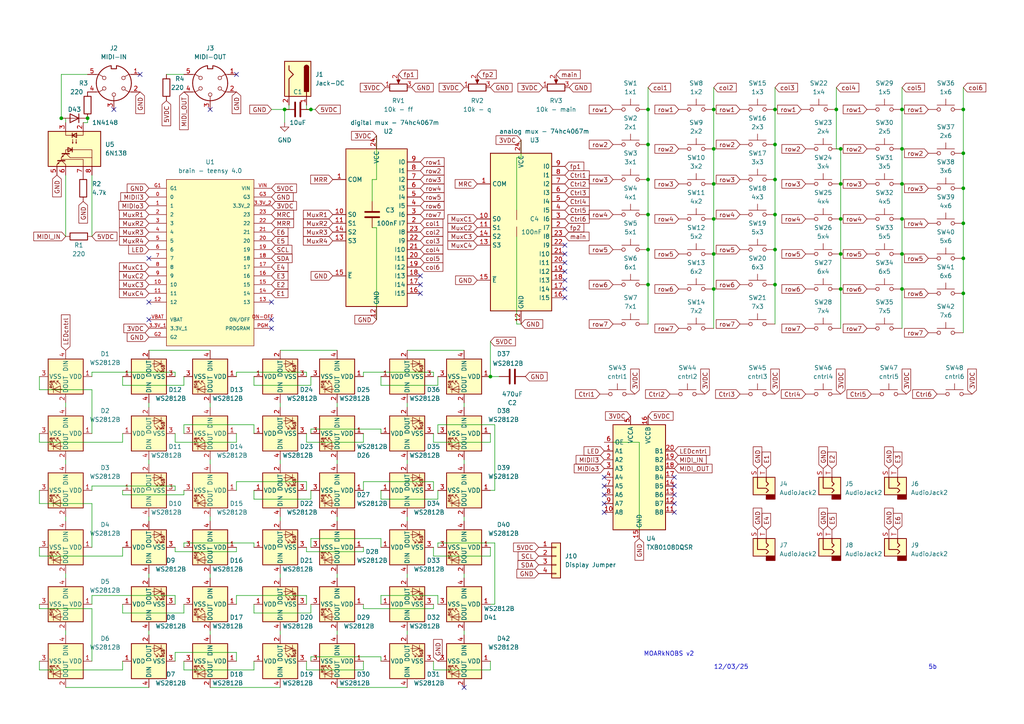
<source format=kicad_sch>
(kicad_sch (version 20211123) (generator eeschema)
  (paper "A4")
  (junction (at 207.01 73.66))
  (junction (at 261.62 53.34))
  (junction (at 261.62 63.5))
  (junction (at 261.62 31.75))
  (junction (at 187.96 41.91))
  (junction (at 207.01 43.18))
  (junction (at 207.01 83.82))
  (junction (at 242.57 31.75))
  (junction (at 142.24 109.22))
  (junction (at 207.01 31.75))
  (junction (at 279.4 85.09))
  (junction (at 187.96 62.23))
  (junction (at 279.4 44.45))
  (junction (at 261.62 83.82))
  (junction (at 17.78 34.29))
  (junction (at 261.62 73.66))
  (junction (at 261.62 43.18))
  (junction (at 279.4 54.61))
  (junction (at 243.84 63.5))
  (junction (at 187.96 31.75))
  (junction (at 224.79 31.75))
  (junction (at 224.79 41.91))
  (junction (at 25.4 34.29))
  (junction (at 224.79 72.39))
  (junction (at 243.84 43.18))
  (junction (at 207.01 63.5))
  (junction (at 279.4 64.77))
  (junction (at 279.4 74.93))
  (junction (at 243.84 53.34))
  (junction (at 243.84 73.66))
  (junction (at 187.96 82.55))
  (junction (at 82.55 31.75))
  (junction (at 279.4 31.75))
  (junction (at 207.01 53.34))
  (junction (at 224.79 52.07))
  (junction (at 224.79 82.55))
  (junction (at 187.96 52.07))
  (junction (at 224.79 62.23))
  (junction (at 90.17 31.75))
  (junction (at 243.84 83.82))
  (junction (at 187.96 72.39))
  (no_connect (at 195.58 146.05))
  (no_connect (at 163.83 86.36))
  (no_connect (at 163.83 78.74))
  (no_connect (at 163.83 73.66))
  (no_connect (at 43.18 92.71))
  (no_connect (at 175.26 140.97))
  (no_connect (at 175.26 143.51))
  (no_connect (at 195.58 138.43))
  (no_connect (at 78.74 92.71))
  (no_connect (at 78.74 95.25))
  (no_connect (at 195.58 148.59))
  (no_connect (at 121.92 82.55))
  (no_connect (at 163.83 76.2))
  (no_connect (at 43.18 74.93))
  (no_connect (at 134.62 199.39))
  (no_connect (at 163.83 71.12))
  (no_connect (at 121.92 80.01))
  (no_connect (at 40.64 21.59))
  (no_connect (at 43.18 87.63))
  (no_connect (at 195.58 140.97))
  (no_connect (at 175.26 148.59))
  (no_connect (at 163.83 81.28))
  (no_connect (at 78.74 87.63))
  (no_connect (at 175.26 138.43))
  (no_connect (at 163.83 83.82))
  (no_connect (at 33.02 31.75))
  (no_connect (at 175.26 146.05))
  (no_connect (at 195.58 143.51))
  (no_connect (at 68.58 21.59))
  (no_connect (at 121.92 85.09))
  (no_connect (at 60.96 31.75))
  (wire (pts (xy 88.9 139.7) (xy 68.58 139.7)))
  (wire (pts (xy 118.11 118.11) (xy 118.11 116.84)))
  (wire (pts (xy 78.74 31.75) (xy 82.55 31.75)))
  (wire (pts (xy 279.4 64.77) (xy 279.4 74.93)))
  (wire (pts (xy 60.96 149.86) (xy 60.96 151.13)))
  (wire (pts (xy 110.49 124.46) (xy 110.49 125.73)))
  (wire (pts (xy 24.13 35.56) (xy 25.4 35.56)))
  (wire (pts (xy 11.43 158.75) (xy 11.43 161.29)))
  (wire (pts (xy 143.51 157.48) (xy 143.51 175.26)))
  (wire (pts (xy 149.86 68.58) (xy 149.86 93.98)))
  (wire (pts (xy 73.66 111.76) (xy 73.66 109.22)))
  (wire (pts (xy 127 144.78) (xy 110.49 144.78)))
  (wire (pts (xy 11.43 142.24) (xy 11.43 146.05)))
  (wire (pts (xy 81.28 134.62) (xy 81.28 133.35)))
  (wire (pts (xy 125.73 109.22) (xy 125.73 107.95)))
  (wire (pts (xy 125.73 158.75) (xy 125.73 161.29)))
  (wire (pts (xy 125.73 107.95) (xy 105.41 107.95)))
  (wire (pts (xy 90.17 158.75) (xy 90.17 156.21)))
  (wire (pts (xy 90.17 190.5) (xy 110.49 190.5)))
  (wire (pts (xy 35.56 111.76) (xy 35.56 109.22)))
  (wire (pts (xy 105.41 139.7) (xy 105.41 142.24)))
  (wire (pts (xy 88.9 128.27) (xy 105.41 128.27)))
  (wire (pts (xy 88.9 194.31) (xy 105.41 194.31)))
  (wire (pts (xy 142.24 128.27) (xy 142.24 125.73)))
  (wire (pts (xy 53.34 191.77) (xy 53.34 194.31)))
  (wire (pts (xy 125.73 176.53) (xy 105.41 176.53)))
  (wire (pts (xy 207.01 63.5) (xy 207.01 73.66)))
  (wire (pts (xy 118.11 134.62) (xy 118.11 133.35)))
  (wire (pts (xy 48.26 21.59) (xy 53.34 21.59)))
  (wire (pts (xy 88.9 175.26) (xy 88.9 172.72)))
  (wire (pts (xy 207.01 53.34) (xy 207.01 63.5)))
  (wire (pts (xy 185.42 128.27) (xy 175.26 128.27)))
  (wire (pts (xy 68.58 189.23) (xy 68.58 191.77)))
  (wire (pts (xy 35.56 177.8) (xy 35.56 175.26)))
  (wire (pts (xy 207.01 73.66) (xy 207.01 83.82)))
  (wire (pts (xy 60.96 116.84) (xy 60.96 118.11)))
  (wire (pts (xy 125.73 191.77) (xy 125.73 194.31)))
  (wire (pts (xy 90.17 156.21) (xy 110.49 156.21)))
  (wire (pts (xy 185.42 156.21) (xy 185.42 128.27)))
  (wire (pts (xy 105.41 194.31) (xy 105.41 191.77)))
  (wire (pts (xy 279.4 85.09) (xy 279.4 96.52)))
  (wire (pts (xy 125.73 175.26) (xy 125.73 176.53)))
  (wire (pts (xy 53.34 158.75) (xy 53.34 157.48)))
  (wire (pts (xy 11.43 176.53) (xy 26.67 176.53)))
  (wire (pts (xy 11.43 161.29) (xy 35.56 161.29)))
  (wire (pts (xy 81.28 184.15) (xy 81.28 182.88)))
  (wire (pts (xy 81.28 167.64) (xy 81.28 166.37)))
  (wire (pts (xy 53.34 111.76) (xy 35.56 111.76)))
  (wire (pts (xy 50.8 125.73) (xy 50.8 128.27)))
  (wire (pts (xy 11.43 175.26) (xy 11.43 176.53)))
  (wire (pts (xy 26.67 50.8) (xy 26.67 68.58)))
  (wire (pts (xy 26.67 107.95) (xy 26.67 109.22)))
  (wire (pts (xy 105.41 107.95) (xy 105.41 109.22)))
  (wire (pts (xy 73.66 194.31) (xy 73.66 191.77)))
  (wire (pts (xy 81.28 151.13) (xy 81.28 149.86)))
  (wire (pts (xy 127 111.76) (xy 110.49 111.76)))
  (wire (pts (xy 118.11 167.64) (xy 118.11 166.37)))
  (wire (pts (xy 149.86 45.72) (xy 149.86 60.96)))
  (wire (pts (xy 109.22 39.37) (xy 109.22 52.07)))
  (wire (pts (xy 26.67 172.72) (xy 26.67 175.26)))
  (wire (pts (xy 43.18 101.6) (xy 60.96 101.6)))
  (wire (pts (xy 279.4 25.4) (xy 279.4 31.75)))
  (wire (pts (xy 83.82 31.75) (xy 83.82 30.48)))
  (wire (pts (xy 11.43 191.77) (xy 11.43 194.31)))
  (wire (pts (xy 109.22 92.71) (xy 109.22 66.04)))
  (wire (pts (xy 105.41 176.53) (xy 105.41 175.26)))
  (wire (pts (xy 60.96 133.35) (xy 60.96 134.62)))
  (wire (pts (xy 90.17 124.46) (xy 110.49 124.46)))
  (wire (pts (xy 118.11 101.6) (xy 134.62 101.6)))
  (wire (pts (xy 143.51 175.26) (xy 142.24 175.26)))
  (wire (pts (xy 43.18 184.15) (xy 43.18 182.88)))
  (wire (pts (xy 142.24 194.31) (xy 142.24 191.77)))
  (wire (pts (xy 90.17 109.22) (xy 90.17 111.76)))
  (wire (pts (xy 207.01 83.82) (xy 207.01 95.25)))
  (wire (pts (xy 11.43 146.05) (xy 26.67 146.05)))
  (wire (pts (xy 118.11 151.13) (xy 118.11 149.86)))
  (wire (pts (xy 109.22 52.07) (xy 107.95 52.07)))
  (wire (pts (xy 261.62 63.5) (xy 261.62 73.66)))
  (wire (pts (xy 68.58 172.72) (xy 68.58 175.26)))
  (wire (pts (xy 207.01 43.18) (xy 207.01 53.34)))
  (wire (pts (xy 187.96 62.23) (xy 187.96 72.39)))
  (wire (pts (xy 11.43 113.03) (xy 26.67 113.03)))
  (wire (pts (xy 118.11 184.15) (xy 118.11 182.88)))
  (wire (pts (xy 26.67 176.53) (xy 26.67 191.77)))
  (wire (pts (xy 187.96 82.55) (xy 187.96 93.98)))
  (wire (pts (xy 88.9 125.73) (xy 88.9 128.27)))
  (wire (pts (xy 19.05 133.35) (xy 19.05 134.62)))
  (wire (pts (xy 261.62 73.66) (xy 261.62 83.82)))
  (wire (pts (xy 35.56 194.31) (xy 35.56 191.77)))
  (wire (pts (xy 73.66 144.78) (xy 73.66 142.24)))
  (wire (pts (xy 127 157.48) (xy 143.51 157.48)))
  (wire (pts (xy 125.73 142.24) (xy 125.73 139.7)))
  (wire (pts (xy 149.86 93.98) (xy 151.13 93.98)))
  (wire (pts (xy 187.96 52.07) (xy 187.96 62.23)))
  (wire (pts (xy 50.8 172.72) (xy 26.67 172.72)))
  (wire (pts (xy 50.8 140.97) (xy 26.67 140.97)))
  (wire (pts (xy 207.01 31.75) (xy 207.01 43.18)))
  (wire (pts (xy 242.57 25.4) (xy 242.57 31.75)))
  (wire (pts (xy 53.34 175.26) (xy 53.34 177.8)))
  (wire (pts (xy 90.17 177.8) (xy 73.66 177.8)))
  (wire (pts (xy 127 175.26) (xy 127 172.72)))
  (wire (pts (xy 243.84 53.34) (xy 243.84 63.5)))
  (wire (pts (xy 224.79 31.75) (xy 224.79 41.91)))
  (wire (pts (xy 97.79 166.37) (xy 97.79 167.64)))
  (wire (pts (xy 73.66 177.8) (xy 73.66 175.26)))
  (wire (pts (xy 60.96 182.88) (xy 60.96 184.15)))
  (wire (pts (xy 97.79 116.84) (xy 97.79 118.11)))
  (wire (pts (xy 261.62 25.4) (xy 261.62 31.75)))
  (wire (pts (xy 279.4 31.75) (xy 279.4 44.45)))
  (wire (pts (xy 53.34 157.48) (xy 73.66 157.48)))
  (wire (pts (xy 17.78 21.59) (xy 25.4 21.59)))
  (wire (pts (xy 50.8 107.95) (xy 26.67 107.95)))
  (wire (pts (xy 125.73 128.27) (xy 142.24 128.27)))
  (wire (pts (xy 26.67 146.05) (xy 26.67 158.75)))
  (wire (pts (xy 35.56 143.51) (xy 35.56 142.24)))
  (wire (pts (xy 88.9 172.72) (xy 68.58 172.72)))
  (wire (pts (xy 50.8 160.02) (xy 68.58 160.02)))
  (wire (pts (xy 125.73 139.7) (xy 105.41 139.7)))
  (wire (pts (xy 187.96 25.4) (xy 187.96 31.75)))
  (wire (pts (xy 19.05 35.56) (xy 19.05 34.29)))
  (wire (pts (xy 53.34 143.51) (xy 35.56 143.51)))
  (wire (pts (xy 109.22 66.04) (xy 107.95 66.04)))
  (wire (pts (xy 50.8 191.77) (xy 50.8 189.23)))
  (wire (pts (xy 11.43 194.31) (xy 35.56 194.31)))
  (wire (pts (xy 50.8 189.23) (xy 68.58 189.23)))
  (wire (pts (xy 187.96 41.91) (xy 187.96 52.07)))
  (wire (pts (xy 107.95 58.42) (xy 107.95 52.07)))
  (wire (pts (xy 224.79 82.55) (xy 224.79 93.98)))
  (wire (pts (xy 125.73 125.73) (xy 125.73 128.27)))
  (wire (pts (xy 224.79 52.07) (xy 224.79 62.23)))
  (wire (pts (xy 73.66 157.48) (xy 73.66 158.75)))
  (wire (pts (xy 88.9 109.22) (xy 88.9 107.95)))
  (wire (pts (xy 127 172.72) (xy 110.49 172.72)))
  (wire (pts (xy 110.49 109.22) (xy 110.49 111.76)))
  (wire (pts (xy 19.05 149.86) (xy 19.05 151.13)))
  (wire (pts (xy 35.56 161.29) (xy 35.56 158.75)))
  (wire (pts (xy 88.9 160.02) (xy 105.41 160.02)))
  (wire (pts (xy 50.8 109.22) (xy 50.8 107.95)))
  (wire (pts (xy 127 158.75) (xy 127 157.48)))
  (wire (pts (xy 90.17 191.77) (xy 90.17 190.5)))
  (wire (pts (xy 243.84 83.82) (xy 243.84 95.25)))
  (wire (pts (xy 143.51 142.24) (xy 142.24 142.24)))
  (wire (pts (xy 279.4 74.93) (xy 279.4 85.09)))
  (wire (pts (xy 261.62 43.18) (xy 261.62 53.34)))
  (wire (pts (xy 110.49 190.5) (xy 110.49 191.77)))
  (wire (pts (xy 105.41 128.27) (xy 105.41 125.73)))
  (wire (pts (xy 224.79 41.91) (xy 224.79 52.07)))
  (wire (pts (xy 242.57 43.18) (xy 243.84 43.18)))
  (wire (pts (xy 11.43 109.22) (xy 11.43 113.03)))
  (wire (pts (xy 90.17 175.26) (xy 90.17 177.8)))
  (wire (pts (xy 151.13 45.72) (xy 151.13 40.64)))
  (wire (pts (xy 88.9 107.95) (xy 68.58 107.95)))
  (wire (pts (xy 53.34 142.24) (xy 53.34 143.51)))
  (wire (pts (xy 110.49 172.72) (xy 110.49 175.26)))
  (wire (pts (xy 142.24 99.06) (xy 142.24 109.22)))
  (wire (pts (xy 50.8 175.26) (xy 50.8 172.72)))
  (wire (pts (xy 82.55 31.75) (xy 83.82 31.75)))
  (wire (pts (xy 26.67 113.03) (xy 26.67 125.73)))
  (wire (pts (xy 17.78 34.29) (xy 17.78 21.59)))
  (wire (pts (xy 97.79 133.35) (xy 97.79 134.62)))
  (wire (pts (xy 127 109.22) (xy 127 111.76)))
  (wire (pts (xy 224.79 62.23) (xy 224.79 72.39)))
  (wire (pts (xy 224.79 25.4) (xy 224.79 31.75)))
  (wire (pts (xy 91.44 31.75) (xy 90.17 31.75)))
  (wire (pts (xy 68.58 128.27) (xy 68.58 125.73)))
  (wire (pts (xy 19.05 166.37) (xy 19.05 167.64)))
  (wire (pts (xy 97.79 182.88) (xy 97.79 184.15)))
  (wire (pts (xy 134.62 149.86) (xy 134.62 151.13)))
  (wire (pts (xy 68.58 160.02) (xy 68.58 158.75)))
  (wire (pts (xy 142.24 109.22) (xy 144.78 109.22)))
  (wire (pts (xy 60.96 199.39) (xy 81.28 199.39)))
  (wire (pts (xy 19.05 182.88) (xy 19.05 184.15)))
  (wire (pts (xy 261.62 83.82) (xy 261.62 95.25)))
  (wire (pts (xy 127 142.24) (xy 127 144.78)))
  (wire (pts (xy 90.17 144.78) (xy 73.66 144.78)))
  (wire (pts (xy 143.51 123.19) (xy 143.51 142.24)))
  (wire (pts (xy 50.8 128.27) (xy 68.58 128.27)))
  (wire (pts (xy 90.17 111.76) (xy 73.66 111.76)))
  (wire (pts (xy 19.05 50.8) (xy 19.05 68.58)))
  (wire (pts (xy 43.18 118.11) (xy 43.18 116.84)))
  (wire (pts (xy 11.43 125.73) (xy 11.43 128.27)))
  (wire (pts (xy 50.8 158.75) (xy 50.8 160.02)))
  (wire (pts (xy 81.28 118.11) (xy 81.28 116.84)))
  (wire (pts (xy 53.34 177.8) (xy 35.56 177.8)))
  (wire (pts (xy 149.86 45.72) (xy 151.13 45.72)))
  (wire (pts (xy 26.67 140.97) (xy 26.67 142.24)))
  (wire (pts (xy 97.79 199.39) (xy 118.11 199.39)))
  (wire (pts (xy 243.84 43.18) (xy 243.84 53.34)))
  (wire (pts (xy 242.57 31.75) (xy 242.57 43.18)))
  (wire (pts (xy 88.9 158.75) (xy 88.9 160.02)))
  (wire (pts (xy 97.79 149.86) (xy 97.79 151.13)))
  (wire (pts (xy 53.34 123.19) (xy 73.66 123.19)))
  (wire (pts (xy 90.17 142.24) (xy 90.17 144.78)))
  (wire (pts (xy 243.84 73.66) (xy 243.84 83.82)))
  (wire (pts (xy 11.43 128.27) (xy 35.56 128.27)))
  (wire (pts (xy 187.96 72.39) (xy 187.96 82.55)))
  (wire (pts (xy 35.56 128.27) (xy 35.56 125.73)))
  (wire (pts (xy 127 125.73) (xy 127 123.19)))
  (wire (pts (xy 25.4 35.56) (xy 25.4 34.29)))
  (wire (pts (xy 261.62 31.75) (xy 261.62 43.18)))
  (wire (pts (xy 43.18 167.64) (xy 43.18 166.37)))
  (wire (pts (xy 88.9 142.24) (xy 88.9 139.7)))
  (wire (pts (xy 19.05 199.39) (xy 43.18 199.39)))
  (wire (pts (xy 110.49 156.21) (xy 110.49 158.75)))
  (wire (pts (xy 105.41 160.02) (xy 105.41 158.75)))
  (wire (pts (xy 279.4 44.45) (xy 279.4 54.61)))
  (wire (pts (xy 134.62 116.84) (xy 134.62 118.11)))
  (wire (pts (xy 90.17 125.73) (xy 90.17 124.46)))
  (wire (pts (xy 68.58 139.7) (xy 68.58 142.24)))
  (wire (pts (xy 82.55 35.56) (xy 82.55 31.75)))
  (wire (pts (xy 134.62 182.88) (xy 134.62 184.15)))
  (wire (pts (xy 207.01 25.4) (xy 207.01 31.75)))
  (wire (pts (xy 125.73 194.31) (xy 142.24 194.31)))
  (wire (pts (xy 53.34 125.73) (xy 53.34 123.19)))
  (wire (pts (xy 134.62 166.37) (xy 134.62 167.64)))
  (wire (pts (xy 279.4 54.61) (xy 279.4 64.77)))
  (wire (pts (xy 60.96 166.37) (xy 60.96 167.64)))
  (wire (pts (xy 53.34 109.22) (xy 53.34 111.76)))
  (wire (pts (xy 187.96 31.75) (xy 187.96 41.91)))
  (wire (pts (xy 243.84 63.5) (xy 243.84 73.66)))
  (wire (pts (xy 224.79 72.39) (xy 224.79 82.55)))
  (wire (pts (xy 53.34 194.31) (xy 73.66 194.31)))
  (wire (pts (xy 110.49 144.78) (xy 110.49 142.24)))
  (wire (pts (xy 19.05 116.84) (xy 19.05 118.11)))
  (wire (pts (xy 43.18 151.13) (xy 43.18 149.86)))
  (wire (pts (xy 68.58 107.95) (xy 68.58 109.22)))
  (wire (pts (xy 142.24 161.29) (xy 142.24 158.75)))
  (wire (pts (xy 73.66 123.19) (xy 73.66 125.73)))
  (wire (pts (xy 127 123.19) (xy 143.51 123.19)))
  (wire (pts (xy 134.62 133.35) (xy 134.62 134.62)))
  (wire (pts (xy 88.9 31.75) (xy 88.9 30.48)))
  (wire (pts (xy 261.62 53.34) (xy 261.62 63.5)))
  (wire (pts (xy 43.18 134.62) (xy 43.18 133.35)))
  (wire (pts (xy 81.28 101.6) (xy 97.79 101.6)))
  (wire (pts (xy 19.05 34.29) (xy 17.78 34.29)))
  (wire (pts (xy 88.9 191.77) (xy 88.9 194.31)))
  (wire (pts (xy 88.9 31.75) (xy 90.17 31.75)))
  (wire (pts (xy 50.8 142.24) (xy 50.8 140.97)))
  (wire (pts (xy 125.73 161.29) (xy 142.24 161.29)))
  (text "12/03/25" (at 207.01 194.31 0) (effects (font (size 1.27 1.27)) (justify left bottom)))
  (text "MOARkNOBS v2" (at 186.69 190.5 0) (effects (font (size 1.27 1.27)) (justify left bottom)))
  (text "5b" (at 269.24 194.31 0) (effects (font (size 1.27 1.27)) (justify left bottom)))
  (global_label "row2" (shape input) (at 251.46 43.18 180) (property "Intersheet References" "${INTERSHEET_REFS}" (effects hide)))
  (global_label "MuxR2" (shape input) (at 43.18 64.77 180) (property "Intersheet References" "${INTERSHEET_REFS}" (effects hide)))
  (global_label "row4" (shape input) (at 196.85 63.5 180) (property "Intersheet References" "${INTERSHEET_REFS}" (effects hide)))
  (global_label "Ctrl6" (shape input) (at 163.83 63.5 0) (property "Intersheet References" "${INTERSHEET_REFS}" (effects hide)))
  (global_label "row5" (shape input) (at 196.85 73.66 180) (property "Intersheet References" "${INTERSHEET_REFS}" (effects hide)))
  (global_label "row7" (shape input) (at 121.92 62.23 0) (property "Intersheet References" "${INTERSHEET_REFS}" (effects hide)))
  (global_label "Ctrl4" (shape input) (at 233.68 114.3 180) (property "Intersheet References" "${INTERSHEET_REFS}" (effects hide)))
  (global_label "GND" (shape input) (at 40.64 26.67 270) (property "Intersheet References" "${INTERSHEET_REFS}" (effects hide)))
  (global_label "MIDIi3" (shape input) (at 43.18 57.15 180) (property "Intersheet References" "${INTERSHEET_REFS}" (effects hide)))
  (global_label "row3" (shape input) (at 196.85 53.34 180) (property "Intersheet References" "${INTERSHEET_REFS}" (effects hide)))
  (global_label "col6" (shape input) (at 279.4 25.4 0) (property "Intersheet References" "${INTERSHEET_REFS}" (effects hide)))
  (global_label "LED" (shape input) (at 43.18 72.39 180) (property "Intersheet References" "${INTERSHEET_REFS}" (effects hide)))
  (global_label "3VDC" (shape input) (at 281.94 114.3 90) (property "Intersheet References" "${INTERSHEET_REFS}" (effects hide)))
  (global_label "row2" (shape input) (at 269.24 44.45 180) (property "Intersheet References" "${INTERSHEET_REFS}" (effects hide)))
  (global_label "E5" (shape input) (at 241.3 153.67 90) (property "Intersheet References" "${INTERSHEET_REFS}" (effects hide)))
  (global_label "row7" (shape input) (at 233.68 95.25 180) (property "Intersheet References" "${INTERSHEET_REFS}" (effects hide)))
  (global_label "LEDcntrl" (shape input) (at 19.05 101.6 90) (property "Intersheet References" "${INTERSHEET_REFS}" (effects hide)))
  (global_label "col6" (shape input) (at 121.92 77.47 0) (property "Intersheet References" "${INTERSHEET_REFS}" (effects hide)))
  (global_label "E2" (shape input) (at 241.3 135.89 90) (property "Intersheet References" "${INTERSHEET_REFS}" (effects hide)))
  (global_label "SCL" (shape input) (at 156.21 161.29 180) (property "Intersheet References" "${INTERSHEET_REFS}" (effects hide)))
  (global_label "row1" (shape input) (at 214.63 31.75 180) (property "Intersheet References" "${INTERSHEET_REFS}" (effects hide)))
  (global_label "MIDIo3" (shape input) (at 175.26 135.89 180) (property "Intersheet References" "${INTERSHEET_REFS}" (effects hide)))
  (global_label "col4" (shape input) (at 121.92 72.39 0) (property "Intersheet References" "${INTERSHEET_REFS}" (effects hide)))
  (global_label "fp2" (shape input) (at 163.83 66.04 0) (property "Intersheet References" "${INTERSHEET_REFS}" (effects hide)))
  (global_label "3VDC" (shape input) (at 184.15 114.3 90) (property "Intersheet References" "${INTERSHEET_REFS}" (effects hide)))
  (global_label "GND" (shape input) (at 257.81 153.67 90) (property "Intersheet References" "${INTERSHEET_REFS}" (effects hide)))
  (global_label "row6" (shape input) (at 214.63 82.55 180) (property "Intersheet References" "${INTERSHEET_REFS}" (effects hide)))
  (global_label "MIDI_OUT" (shape input) (at 53.34 26.67 270) (property "Intersheet References" "${INTERSHEET_REFS}" (effects hide)))
  (global_label "row2" (shape input) (at 214.63 41.91 180) (property "Intersheet References" "${INTERSHEET_REFS}" (effects hide)))
  (global_label "Ctrl1" (shape input) (at 173.99 114.3 180) (property "Intersheet References" "${INTERSHEET_REFS}" (effects hide)))
  (global_label "MuxC2" (shape input) (at 138.43 66.04 180) (property "Intersheet References" "${INTERSHEET_REFS}" (effects hide)))
  (global_label "col2" (shape input) (at 121.92 67.31 0) (property "Intersheet References" "${INTERSHEET_REFS}" (effects hide)))
  (global_label "Ctrl5" (shape input) (at 163.83 60.96 0) (property "Intersheet References" "${INTERSHEET_REFS}" (effects hide)))
  (global_label "SCL" (shape input) (at 78.74 72.39 0) (property "Intersheet References" "${INTERSHEET_REFS}" (effects hide)))
  (global_label "row3" (shape input) (at 177.8 52.07 180) (property "Intersheet References" "${INTERSHEET_REFS}" (effects hide)))
  (global_label "row3" (shape input) (at 121.92 52.07 0) (property "Intersheet References" "${INTERSHEET_REFS}" (effects hide)))
  (global_label "5VDC" (shape input) (at 48.26 29.21 270) (property "Intersheet References" "${INTERSHEET_REFS}" (effects hide)))
  (global_label "Ctrl4" (shape input) (at 163.83 58.42 0) (property "Intersheet References" "${INTERSHEET_REFS}" (effects hide)))
  (global_label "5VDC" (shape input) (at 78.74 54.61 0) (property "Intersheet References" "${INTERSHEET_REFS}" (effects hide)))
  (global_label "3VDC" (shape input) (at 109.22 39.37 180) (property "Intersheet References" "${INTERSHEET_REFS}" (effects hide)))
  (global_label "row6" (shape input) (at 177.8 82.55 180) (property "Intersheet References" "${INTERSHEET_REFS}" (effects hide)))
  (global_label "MIDIi3" (shape input) (at 175.26 133.35 180) (property "Intersheet References" "${INTERSHEET_REFS}" (effects hide)))
  (global_label "5VDC" (shape input) (at 26.67 68.58 0) (property "Intersheet References" "${INTERSHEET_REFS}" (effects hide)))
  (global_label "col4" (shape input) (at 242.57 25.4 0) (property "Intersheet References" "${INTERSHEET_REFS}" (effects hide)))
  (global_label "Ctrl2" (shape input) (at 163.83 53.34 0) (property "Intersheet References" "${INTERSHEET_REFS}" (effects hide)))
  (global_label "row2" (shape input) (at 196.85 43.18 180) (property "Intersheet References" "${INTERSHEET_REFS}" (effects hide)))
  (global_label "E3" (shape input) (at 260.35 135.89 90) (property "Intersheet References" "${INTERSHEET_REFS}" (effects hide)))
  (global_label "row4" (shape input) (at 214.63 62.23 180) (property "Intersheet References" "${INTERSHEET_REFS}" (effects hide)))
  (global_label "MuxR4" (shape input) (at 96.52 69.85 180) (property "Intersheet References" "${INTERSHEET_REFS}" (effects hide)))
  (global_label "row7" (shape input) (at 269.24 96.52 180) (property "Intersheet References" "${INTERSHEET_REFS}" (effects hide)))
  (global_label "row4" (shape input) (at 121.92 54.61 0) (property "Intersheet References" "${INTERSHEET_REFS}" (effects hide)))
  (global_label "row7" (shape input) (at 196.85 95.25 180) (property "Intersheet References" "${INTERSHEET_REFS}" (effects hide)))
  (global_label "3VDC" (shape input) (at 157.48 25.4 180) (property "Intersheet References" "${INTERSHEET_REFS}" (effects hide)))
  (global_label "GND" (shape input) (at 185.42 156.21 270) (property "Intersheet References" "${INTERSHEET_REFS}" (effects hide)))
  (global_label "Ctrl2" (shape input) (at 194.31 114.3 180) (property "Intersheet References" "${INTERSHEET_REFS}" (effects hide)))
  (global_label "E1" (shape input) (at 222.25 135.89 90) (property "Intersheet References" "${INTERSHEET_REFS}" (effects hide)))
  (global_label "row5" (shape input) (at 121.92 57.15 0) (property "Intersheet References" "${INTERSHEET_REFS}" (effects hide)))
  (global_label "col1" (shape input) (at 187.96 25.4 0) (property "Intersheet References" "${INTERSHEET_REFS}" (effects hide)))
  (global_label "E4" (shape input) (at 222.25 153.67 90) (property "Intersheet References" "${INTERSHEET_REFS}" (effects hide)))
  (global_label "MuxR3" (shape input) (at 43.18 67.31 180) (property "Intersheet References" "${INTERSHEET_REFS}" (effects hide)))
  (global_label "Ctrl6" (shape input) (at 271.78 114.3 180) (property "Intersheet References" "${INTERSHEET_REFS}" (effects hide)))
  (global_label "5VDC" (shape input) (at 91.44 31.75 0) (property "Intersheet References" "${INTERSHEET_REFS}" (effects hide)))
  (global_label "MuxC2" (shape input) (at 43.18 80.01 180) (property "Intersheet References" "${INTERSHEET_REFS}" (effects hide)))
  (global_label "5VDC" (shape input) (at 187.96 120.65 0) (property "Intersheet References" "${INTERSHEET_REFS}" (effects hide)))
  (global_label "MRR" (shape input) (at 78.74 64.77 0) (property "Intersheet References" "${INTERSHEET_REFS}" (effects hide)))
  (global_label "GND" (shape input) (at 78.74 31.75 180) (property "Intersheet References" "${INTERSHEET_REFS}" (effects hide)))
  (global_label "row1" (shape input) (at 251.46 31.75 180) (property "Intersheet References" "${INTERSHEET_REFS}" (effects hide)))
  (global_label "3VDC" (shape input) (at 43.18 95.25 180) (property "Intersheet References" "${INTERSHEET_REFS}" (effects hide)))
  (global_label "row2" (shape input) (at 177.8 41.91 180) (property "Intersheet References" "${INTERSHEET_REFS}" (effects hide)))
  (global_label "3VDC" (shape input) (at 224.79 114.3 90) (property "Intersheet References" "${INTERSHEET_REFS}" (effects hide)))
  (global_label "GND" (shape input) (at 119.38 25.4 0) (property "Intersheet References" "${INTERSHEET_REFS}" (effects hide)))
  (global_label "col3" (shape input) (at 224.79 25.4 0) (property "Intersheet References" "${INTERSHEET_REFS}" (effects hide)))
  (global_label "row4" (shape input) (at 233.68 63.5 180) (property "Intersheet References" "${INTERSHEET_REFS}" (effects hide)))
  (global_label "MuxR4" (shape input) (at 43.18 69.85 180) (property "Intersheet References" "${INTERSHEET_REFS}" (effects hide)))
  (global_label "row6" (shape input) (at 121.92 59.69 0) (property "Intersheet References" "${INTERSHEET_REFS}" (effects hide)))
  (global_label "Ctrl3" (shape input) (at 163.83 55.88 0) (property "Intersheet References" "${INTERSHEET_REFS}" (effects hide)))
  (global_label "GND" (shape input) (at 68.58 26.67 270) (property "Intersheet References" "${INTERSHEET_REFS}" (effects hide)))
  (global_label "row5" (shape input) (at 214.63 72.39 180) (property "Intersheet References" "${INTERSHEET_REFS}" (effects hide)))
  (global_label "row1" (shape input) (at 232.41 31.75 180) (property "Intersheet References" "${INTERSHEET_REFS}" (effects hide)))
  (global_label "MIDIo3" (shape input) (at 43.18 59.69 180) (property "Intersheet References" "${INTERSHEET_REFS}" (effects hide)))
  (global_label "SDA" (shape input) (at 156.21 163.83 180) (property "Intersheet References" "${INTERSHEET_REFS}" (effects hide)))
  (global_label "3VDC" (shape input) (at 182.88 120.65 180) (property "Intersheet References" "${INTERSHEET_REFS}" (effects hide)))
  (global_label "MuxC4" (shape input) (at 43.18 85.09 180) (property "Intersheet References" "${INTERSHEET_REFS}" (effects hide)))
  (global_label "E6" (shape input) (at 260.35 153.67 90) (property "Intersheet References" "${INTERSHEET_REFS}" (effects hide)))
  (global_label "GND" (shape input) (at 257.81 135.89 90) (property "Intersheet References" "${INTERSHEET_REFS}" (effects hide)))
  (global_label "LED" (shape input) (at 175.26 130.81 180) (property "Intersheet References" "${INTERSHEET_REFS}" (effects hide)))
  (global_label "MIDI_IN" (shape input) (at 195.58 133.35 0) (property "Intersheet References" "${INTERSHEET_REFS}" (effects hide)))
  (global_label "col5" (shape input) (at 261.62 25.4 0) (property "Intersheet References" "${INTERSHEET_REFS}" (effects hide)))
  (global_label "MIDI_IN" (shape input) (at 19.05 68.58 180) (property "Intersheet References" "${INTERSHEET_REFS}" (effects hide)))
  (global_label "GND" (shape input) (at 109.22 92.71 180) (property "Intersheet References" "${INTERSHEET_REFS}" (effects hide)))
  (global_label "3VDC" (shape input) (at 151.13 40.64 180) (property "Intersheet References" "${INTERSHEET_REFS}" (effects hide)))
  (global_label "row6" (shape input) (at 233.68 83.82 180) (property "Intersheet References" "${INTERSHEET_REFS}" (effects hide)))
  (global_label "GND" (shape input) (at 78.74 57.15 0) (property "Intersheet References" "${INTERSHEET_REFS}" (effects hide)))
  (global_label "MuxR1" (shape input) (at 96.52 62.23 180) (property "Intersheet References" "${INTERSHEET_REFS}" (effects hide)))
  (global_label "row3" (shape input) (at 233.68 53.34 180) (property "Intersheet References" "${INTERSHEET_REFS}" (effects hide)))
  (global_label "row4" (shape input) (at 177.8 62.23 180) (property "Intersheet References" "${INTERSHEET_REFS}" (effects hide)))
  (global_label "row4" (shape input) (at 269.24 64.77 180) (property "Intersheet References" "${INTERSHEET_REFS}" (effects hide)))
  (global_label "GND" (shape input) (at 43.18 54.61 180) (property "Intersheet References" "${INTERSHEET_REFS}" (effects hide)))
  (global_label "row1" (shape input) (at 196.85 31.75 180) (property "Intersheet References" "${INTERSHEET_REFS}" (effects hide)))
  (global_label "col1" (shape input) (at 121.92 64.77 0) (property "Intersheet References" "${INTERSHEET_REFS}" (effects hide)))
  (global_label "3VDC" (shape input) (at 78.74 59.69 0) (property "Intersheet References" "${INTERSHEET_REFS}" (effects hide)))
  (global_label "E3" (shape input) (at 78.74 80.01 0) (property "Intersheet References" "${INTERSHEET_REFS}" (effects hide)))
  (global_label "row7" (shape input) (at 251.46 95.25 180) (property "Intersheet References" "${INTERSHEET_REFS}" (effects hide)))
  (global_label "Ctrl1" (shape input) (at 163.83 50.8 0) (property "Intersheet References" "${INTERSHEET_REFS}" (effects hide)))
  (global_label "main" (shape input) (at 161.29 21.59 0) (property "Intersheet References" "${INTERSHEET_REFS}" (effects hide)))
  (global_label "row3" (shape input) (at 214.63 52.07 180) (property "Intersheet References" "${INTERSHEET_REFS}" (effects hide)))
  (global_label "MuxC1" (shape input) (at 43.18 77.47 180) (property "Intersheet References" "${INTERSHEET_REFS}" (effects hide)))
  (global_label "row5" (shape input) (at 269.24 74.93 180) (property "Intersheet References" "${INTERSHEET_REFS}" (effects hide)))
  (global_label "3VDC" (shape input) (at 243.84 114.3 90) (property "Intersheet References" "${INTERSHEET_REFS}" (effects hide)))
  (global_label "GND" (shape input) (at 24.13 58.42 270) (property "Intersheet References" "${INTERSHEET_REFS}" (effects hide)))
  (global_label "E5" (shape input) (at 78.74 69.85 0) (property "Intersheet References" "${INTERSHEET_REFS}" (effects hide)))
  (global_label "Ctrl3" (shape input) (at 214.63 114.3 180) (property "Intersheet References" "${INTERSHEET_REFS}" (effects hide)))
  (global_label "GND" (shape input) (at 238.76 135.89 90) (property "Intersheet References" "${INTERSHEET_REFS}" (effects hide)))
  (global_label "MRC" (shape input) (at 78.74 62.23 0) (property "Intersheet References" "${INTERSHEET_REFS}" (effects hide)))
  (global_label "GND" (shape input) (at 127 191.77 90) (property "Intersheet References" "${INTERSHEET_REFS}" (effects hide)))
  (global_label "GND" (shape input) (at 16.51 50.8 270) (property "Intersheet References" "${INTERSHEET_REFS}" (effects hide)))
  (global_label "E4" (shape input) (at 78.74 77.47 0) (property "Intersheet References" "${INTERSHEET_REFS}" (effects hide)))
  (global_label "GND" (shape input) (at 156.21 166.37 180) (property "Intersheet References" "${INTERSHEET_REFS}" (effects hide)))
  (global_label "MRR" (shape input) (at 96.52 52.07 180) (property "Intersheet References" "${INTERSHEET_REFS}" (effects hide)))
  (global_label "row2" (shape input) (at 121.92 49.53 0) (property "Intersheet References" "${INTERSHEET_REFS}" (effects hide)))
  (global_label "row7" (shape input) (at 214.63 93.98 180) (property "Intersheet References" "${INTERSHEET_REFS}" (effects hide)))
  (global_label "fp2" (shape input) (at 138.43 21.59 0) (property "Intersheet References" "${INTERSHEET_REFS}" (effects hide)))
  (global_label "fp1" (shape input) (at 163.83 48.26 0) (property "Intersheet References" "${INTERSHEET_REFS}" (effects hide)))
  (global_label "col3" (shape input) (at 121.92 69.85 0) (property "Intersheet References" "${INTERSHEET_REFS}" (effects hide)))
  (global_label "col5" (shape input) (at 121.92 74.93 0) (property "Intersheet References" "${INTERSHEET_REFS}" (effects hide)))
  (global_label "3VDC" (shape input) (at 111.76 25.4 180) (property "Intersheet References" "${INTERSHEET_REFS}" (effects hide)))
  (global_label "MuxC3" (shape input) (at 43.18 82.55 180) (property "Intersheet References" "${INTERSHEET_REFS}" (effects hide)))
  (global_label "5VDC" (shape input) (at 142.24 99.06 0) (property "Intersheet References" "${INTERSHEET_REFS}" (effects hide)))
  (global_label "Ctrl5" (shape input) (at 252.73 114.3 180) (property "Intersheet References" "${INTERSHEET_REFS}" (effects hide)))
  (global_label "GND" (shape input) (at 142.24 25.4 0) (property "Intersheet References" "${INTERSHEET_REFS}" (effects hide)))
  (global_label "row3" (shape input) (at 269.24 54.61 180) (property "Intersheet References" "${INTERSHEET_REFS}" (effects hide)))
  (global_label "GND" (shape input) (at 43.18 97.79 180) (property "Intersheet References" "${INTERSHEET_REFS}" (effects hide)))
  (global_label "row1" (shape input) (at 269.24 31.75 180) (property "Intersheet References" "${INTERSHEET_REFS}" (effects hide)))
  (global_label "GND" (shape input) (at 219.71 135.89 90) (property "Intersheet References" "${INTERSHEET_REFS}" (effects hide)))
  (global_label "LEDcntrl" (shape input) (at 195.58 130.81 0) (property "Intersheet References" "${INTERSHEET_REFS}" (effects hide)))
  (global_label "row5" (shape input) (at 251.46 73.66 180) (property "Intersheet References" "${INTERSHEET_REFS}" (effects hide)))
  (global_label "row6" (shape input) (at 269.24 85.09 180) (property "Intersheet References" "${INTERSHEET_REFS}" (effects hide)))
  (global_label "row3" (shape input) (at 251.46 53.34 180) (property "Intersheet References" "${INTERSHEET_REFS}" (effects hide)))
  (global_label "MuxR3" (shape input) (at 96.52 67.31 180) (property "Intersheet References" "${INTERSHEET_REFS}" (effects hide)))
  (global_label "E6" (shape input) (at 78.74 67.31 0) (property "Intersheet References" "${INTERSHEET_REFS}" (effects hide)))
  (global_label "MuxC4" (shape input) (at 138.43 71.12 180) (property "Intersheet References" "${INTERSHEET_REFS}" (effects hide)))
  (global_label "E2" (shape input) (at 78.74 82.55 0) (property "Intersheet References" "${INTERSHEET_REFS}" (effects hide)))
  (global_label "row4" (shape input) (at 251.46 63.5 180) (property "Intersheet References" "${INTERSHEET_REFS}" (effects hide)))
  (global_label "MIDI_OUT" (shape input) (at 195.58 135.89 0) (property "Intersheet References" "${INTERSHEET_REFS}" (effects hide)))
  (global_label "main" (shape input) (at 163.83 68.58 0) (property "Intersheet References" "${INTERSHEET_REFS}" (effects hide)))
  (global_label "GND" (shape input) (at 96.52 80.01 180) (property "Intersheet References" "${INTERSHEET_REFS}" (effects hide)))
  (global_label "SDA" (shape input) (at 78.74 74.93 0) (property "Intersheet References" "${INTERSHEET_REFS}" (effects hide)))
  (global_label "GND" (shape input) (at 152.4 109.22 0) (property "Intersheet References" "${INTERSHEET_REFS}" (effects hide)))
  (global_label "row5" (shape input) (at 177.8 72.39 180) (property "Intersheet References" "${INTERSHEET_REFS}" (effects hide)))
  (global_label "row1" (shape input) (at 121.92 46.99 0) (property "Intersheet References" "${INTERSHEET_REFS}" (effects hide)))
  (global_label "fp1" (shape input) (at 115.57 21.59 0) (property "Intersheet References" "${INTERSHEET_REFS}" (effects hide)))
  (global_label "3VDC" (shape input) (at 262.89 114.3 90) (property "Intersheet References" "${INTERSHEET_REFS}" (effects hide)))
  (global_label "row6" (shape input) (at 196.85 83.82 180) (property "Intersheet References" "${INTERSHEET_REFS}" (effects hide)))
  (global_label "MuxC3" (shape input) (at 138.43 68.58 180) (property "Intersheet References" "${INTERSHEET_REFS}" (effects hide)))
  (global_label "GND" (shape input) (at 151.13 93.98 0) (property "Intersheet References" "${INTERSHEET_REFS}" (effects hide)))
  (global_label "E1" (shape input) (at 78.74 85.09 0) (property "Intersheet References" "${INTERSHEET_REFS}" (effects hide)))
  (global_label "MuxR2" (shape input) (at 96.52 64.77 180) (property "Intersheet References" "${INTERSHEET_REFS}" (effects hide)))
  (global_label "MRC" (shape input) (at 138.43 53.34 180) (property "Intersheet References" "${INTERSHEET_REFS}" (effects hide)))
  (global_label "col2" (shape input) (at 207.01 25.4 0) (property "Intersheet References" "${INTERSHEET_REFS}" (effects hide)))
  (global_label "row2" (shape input) (at 233.68 43.18 180) (property "Intersheet References" "${INTERSHEET_REFS}" (effects hide)))
  (global_label "GND" (shape input) (at 138.43 81.28 180) (property "Intersheet References" "${INTERSHEET_REFS}" (effects hide)))
  (global_label "MuxC1" (shape input) (at 138.43 63.5 180) (property "Intersheet References" "${INTERSHEET_REFS}" (effects hide)))
  (global_label "5VDC" (shape input) (at 156.21 158.75 180) (property "Intersheet References" "${INTERSHEET_REFS}" (effects hide)))
  (global_label "MuxR1" (shape input) (at 43.18 62.23 180) (property "Intersheet References" "${INTERSHEET_REFS}" (effects hide)))
  (global_label "GND" (shape input) (at 238.76 153.67 90) (property "Intersheet References" "${INTERSHEET_REFS}" (effects hide)))
  (global_label "row5" (shape input) (at 233.68 73.66 180) (property "Intersheet References" "${INTERSHEET_REFS}" (effects hide)))
  (global_label "GND" (shape input) (at 165.1 25.4 0) (property "Intersheet References" "${INTERSHEET_REFS}" (effects hide)))
  (global_label "row7" (shape input) (at 177.8 93.98 180) (property "Intersheet References" "${INTERSHEET_REFS}" (effects hide)))
  (global_label "3VDC" (shape input) (at 204.47 114.3 90) (property "Intersheet References" "${INTERSHEET_REFS}" (effects hide)))
  (global_label "GND" (shape input) (at 219.71 153.67 90) (property "Intersheet References" "${INTERSHEET_REFS}" (effects hide)))
  (global_label "3VDC" (shape input) (at 134.62 25.4 180) (property "Intersheet References" "${INTERSHEET_REFS}" (effects hide)))
  (global_label "row6" (shape input) (at 251.46 83.82 180) (property "Intersheet References" "${INTERSHEET_REFS}" (effects hide)))
  (global_label "row1" (shape input) (at 177.8 31.75 180) (property "Intersheet References" "${INTERSHEET_REFS}" (effects hide)))
  (symbol (lib_id "LED:WS2812B") (at 60.96 142.24 270) (unit 1)
    (property "Reference" "D15" (at 68.58 146.05 90))
    (property "Value" "WS2812B" (at 67.31 148.59 90))
    (property "Footprint" "LED_SMD:LED_WS2812B_PLCC4_5.0x5.0mm_P3.2mm" (effects hide))
    (property "Datasheet" "https://cdn-shop.adafruit.com/datasheets/WS2812B.pdf" (effects hide))
  )
  (symbol (lib_id "LED:WS2812B") (at 97.79 142.24 270) (unit 1)
    (property "Reference" "D27" (at 105.41 143.51 90))
    (property "Value" "WS2812B" (at 107.95 146.05 90))
    (property "Footprint" "LED_SMD:LED_WS2812B_PLCC4_5.0x5.0mm_P3.2mm" (effects hide))
    (property "Datasheet" "https://cdn-shop.adafruit.com/datasheets/WS2812B.pdf" (effects hide))
  )
  (symbol (lib_id "LED:WS2812B") (at 134.62 142.24 270) (unit 1)
    (property "Reference" "D39" (at 146.05 135.6612 90))
    (property "Value" "WS2812B" (at 146.05 138.2012 90))
    (property "Footprint" "LED_SMD:LED_WS2812B_PLCC4_5.0x5.0mm_P3.2mm" (effects hide))
    (property "Datasheet" "https://cdn-shop.adafruit.com/datasheets/WS2812B.pdf" (effects hide))
  )
  (symbol (lib_id "Switch:SW_Push") (at 238.76 83.82 0) (unit 1)
    (property "Reference" "SW27" (at 238.76 76.2 0))
    (property "Value" "6x4" (at 238.76 78.74 0))
    (property "Footprint" "Button_Switch_SMD:SW_SPST_PTS645" (effects hide))
  )
  (symbol (lib_id "LED:WS2812B") (at 19.05 191.77 270) (unit 1)
    (property "Reference" "D6" (at 30.48 185.1912 90))
    (property "Value" "WS2812B" (at 30.48 187.7312 90))
    (property "Footprint" "LED_SMD:LED_WS2812B_PLCC4_5.0x5.0mm_P3.2mm" (effects hide))
    (property "Datasheet" "https://cdn-shop.adafruit.com/datasheets/WS2812B.pdf" (effects hide))
  )
  (symbol (lib_id "Switch:SW_Push") (at 182.88 31.75 0) (unit 1)
    (property "Reference" "SW1" (at 182.88 24.13 0))
    (property "Value" "1x1" (at 182.88 26.67 0))
    (property "Footprint" "Button_Switch_SMD:SW_SPST_PTS645" (effects hide))
  )
  (symbol (lib_id "Switch:SW_Push") (at 238.76 43.18 0) (unit 1)
    (property "Reference" "SW23" (at 238.76 35.56 0))
    (property "Value" "2x4" (at 238.76 38.1 0))
    (property "Footprint" "Button_Switch_SMD:SW_SPST_PTS645" (effects hide))
  )
  (symbol (lib_id "Switch:SW_Push") (at 238.76 53.34 0) (unit 1)
    (property "Reference" "SW24" (at 238.76 45.72 0))
    (property "Value" "3x4" (at 238.76 48.26 0))
    (property "Footprint" "Button_Switch_SMD:SW_SPST_PTS645" (effects hide))
  )
  (symbol (lib_id "LED:WS2812B") (at 118.11 158.75 90) (unit 1)
    (property "Reference" "D33" (at 125.73 162.56 90))
    (property "Value" "WS2812B" (at 124.46 165.1 90))
    (property "Footprint" "LED_SMD:LED_WS2812B_PLCC4_5.0x5.0mm_P3.2mm" (effects hide))
    (property "Datasheet" "https://cdn-shop.adafruit.com/datasheets/WS2812B.pdf" (effects hide))
  )
  (symbol (lib_id "LED:WS2812B") (at 118.11 142.24 90) (unit 1)
    (property "Reference" "D34" (at 125.73 146.05 90))
    (property "Value" "WS2812B" (at 124.46 148.59 90))
    (property "Footprint" "LED_SMD:LED_WS2812B_PLCC4_5.0x5.0mm_P3.2mm" (effects hide))
    (property "Datasheet" "https://cdn-shop.adafruit.com/datasheets/WS2812B.pdf" (effects hide))
  )
  (symbol (lib_id "LED:WS2812B") (at 97.79 175.26 270) (unit 1)
    (property "Reference" "D29" (at 105.41 179.07 90))
    (property "Value" "WS2812B" (at 104.14 181.61 90))
    (property "Footprint" "LED_SMD:LED_WS2812B_PLCC4_5.0x5.0mm_P3.2mm" (effects hide))
    (property "Datasheet" "https://cdn-shop.adafruit.com/datasheets/WS2812B.pdf" (effects hide))
  )
  (symbol (lib_id "Switch:SW_Push") (at 219.71 93.98 0) (unit 1)
    (property "Reference" "SW21" (at 219.71 86.36 0))
    (property "Value" "7x3" (at 219.71 88.9 0))
    (property "Footprint" "Button_Switch_SMD:SW_SPST_PTS645" (effects hide))
  )
  (symbol (lib_id "Switch:SW_Push") (at 274.32 31.75 0) (unit 1)
    (property "Reference" "SW36" (at 274.32 24.13 0))
    (property "Value" "1x6" (at 274.32 26.67 0))
    (property "Footprint" "Button_Switch_SMD:SW_SPST_PTS645" (effects hide))
  )
  (symbol (lib_id "Device:C") (at 86.36 31.75 90) (unit 1)
    (property "Reference" "C1" (at 86.36 26.67 90))
    (property "Value" "10uF" (at 86.36 35.56 90))
    (property "Footprint" "Capacitor_THT:C_Disc_D3.4mm_W2.1mm_P2.50mm" (effects hide))
  )
  (symbol (lib_id "Switch:SW_Push") (at 256.54 43.18 0) (unit 1)
    (property "Reference" "SW30" (at 256.54 35.56 0))
    (property "Value" "2x5" (at 256.54 38.1 0))
    (property "Footprint" "Button_Switch_SMD:SW_SPST_PTS645" (effects hide))
  )
  (symbol (lib_id "Device:R") (at 24.13 54.61 180) (unit 1)
    (property "Reference" "R2" (at 26.67 53.3399 0) (effects (justify right)))
    (property "Value" "4.7k" (at 26.67 55.8799 0) (effects (justify right)))
    (property "Footprint" "Resistor_THT:R_Axial_DIN0204_L3.6mm_D1.6mm_P2.54mm_Vertical" (effects hide))
  )
  (symbol (lib_id "Device:R") (at 25.4 30.48 180) (unit 1)
    (property "Reference" "R3" (at 22.86 24.13 0) (effects (justify right)))
    (property "Value" "220" (at 20.32 26.67 0) (effects (justify right)))
    (property "Footprint" "Resistor_THT:R_Axial_DIN0204_L3.6mm_D1.6mm_P2.54mm_Vertical" (effects hide))
  )
  (symbol (lib_id "LED:WS2812B") (at 19.05 158.75 270) (unit 1)
    (property "Reference" "D4" (at 30.48 152.1712 90))
    (property "Value" "WS2812B" (at 30.48 154.7112 90))
    (property "Footprint" "LED_SMD:LED_WS2812B_PLCC4_5.0x5.0mm_P3.2mm" (effects hide))
    (property "Datasheet" "https://cdn-shop.adafruit.com/datasheets/WS2812B.pdf" (effects hide))
  )
  (symbol (lib_id "Connector:Jack-DC") (at 86.36 22.86 270) (unit 1)
    (property "Reference" "J1" (at 91.44 21.5899 90) (effects (justify left)))
    (property "Value" "Jack-DC" (at 91.44 24.1299 90) (effects (justify left)))
    (property "Footprint" "Button_Switch_Keyboard:SW_Cherry_MX_2.00u_PCB" (effects hide))
  )
  (symbol (lib_id "Device:C") (at 107.95 62.23 180) (unit 1)
    (property "Reference" "C3" (at 111.76 60.9599 0) (effects (justify right)))
    (property "Value" "100nF" (at 109.22 64.77 0) (effects (justify right)))
    (property "Footprint" "Capacitor_THT:C_Disc_D3.4mm_W2.1mm_P2.50mm" (effects hide))
  )
  (symbol (lib_id "Connector:DIN-5") (at 60.96 24.13 180) (unit 1)
    (property "Reference" "J3" (at 60.9599 13.97 0))
    (property "Value" "MIDI-OUT" (at 60.9599 16.51 0))
    (property "Footprint" "midiJack:KYCON_KCDX-5S-N" (effects hide))
    (property "Datasheet" "http://www.mouser.com/ds/2/18/40_c091_abd_e-75918.pdf" (effects hide))
  )
  (symbol (lib_id "Switch:SW_Push") (at 201.93 53.34 0) (unit 1)
    (property "Reference" "SW10" (at 201.93 45.72 0))
    (property "Value" "3x2" (at 201.93 48.26 0))
    (property "Footprint" "Button_Switch_SMD:SW_SPST_PTS645" (effects hide))
  )
  (symbol (lib_id "Connector_Generic:Conn_01x04") (at 161.29 161.29 0) (unit 1)
    (property "Reference" "J10" (at 163.83 161.2899 0) (effects (justify left)))
    (property "Value" "Display Jumper" (at 163.83 163.8299 0) (effects (justify left)))
    (property "Footprint" "Connector_JST:JST_EH_S4B-EH_1x04_P2.50mm_Horizontal" (effects hide))
  )
  (symbol (lib_id "Switch:SW_Push") (at 274.32 96.52 0) (unit 1)
    (property "Reference" "SW42" (at 274.32 88.9 0))
    (property "Value" "7x6" (at 274.32 91.44 0))
    (property "Footprint" "Button_Switch_SMD:SW_SPST_PTS645" (effects hide))
  )
  (symbol (lib_id "LED:WS2812B") (at 81.28 191.77 90) (unit 1)
    (property "Reference" "D19" (at 88.9 195.58 90))
    (property "Value" "WS2812B" (at 86.36 198.12 90))
    (property "Footprint" "LED_SMD:LED_WS2812B_PLCC4_5.0x5.0mm_P3.2mm" (effects hide))
    (property "Datasheet" "https://cdn-shop.adafruit.com/datasheets/WS2812B.pdf" (effects hide))
  )
  (symbol (lib_id "Switch:SW_Push") (at 182.88 93.98 0) (unit 1)
    (property "Reference" "SW7" (at 182.88 86.36 0))
    (property "Value" "7x1" (at 182.88 88.9 0))
    (property "Footprint" "Button_Switch_SMD:SW_SPST_PTS645" (effects hide))
  )
  (symbol (lib_id "LED:WS2812B") (at 97.79 125.73 270) (unit 1)
    (property "Reference" "D26" (at 105.41 132.08 90))
    (property "Value" "WS2812B" (at 107.95 129.54 90))
    (property "Footprint" "LED_SMD:LED_WS2812B_PLCC4_5.0x5.0mm_P3.2mm" (effects hide))
    (property "Datasheet" "https://cdn-shop.adafruit.com/datasheets/WS2812B.pdf" (effects hide))
  )
  (symbol (lib_id "Switch:SW_Push") (at 201.93 73.66 0) (unit 1)
    (property "Reference" "SW12" (at 201.93 66.04 0))
    (property "Value" "5x2" (at 201.93 68.58 0))
    (property "Footprint" "Button_Switch_SMD:SW_SPST_PTS645" (effects hide))
  )
  (symbol (lib_id "LED:WS2812B") (at 43.18 175.26 90) (unit 1)
    (property "Reference" "D8" (at 49.53 179.07 90))
    (property "Value" "WS2812B" (at 49.53 181.61 90))
    (property "Footprint" "LED_SMD:LED_WS2812B_PLCC4_5.0x5.0mm_P3.2mm" (effects hide))
    (property "Datasheet" "https://cdn-shop.adafruit.com/datasheets/WS2812B.pdf" (effects hide))
  )
  (symbol (lib_id "Switch:SW_Push") (at 201.93 95.25 0) (unit 1)
    (property "Reference" "SW14" (at 201.93 87.63 0))
    (property "Value" "7x2" (at 201.93 90.17 0))
    (property "Footprint" "Button_Switch_SMD:SW_SPST_PTS645" (effects hide))
  )
  (symbol (lib_id "Switch:SW_Push") (at 179.07 114.3 0) (unit 1)
    (property "Reference" "SW43" (at 179.07 106.68 0))
    (property "Value" "cntrl1" (at 179.07 109.22 0))
    (property "Footprint" "Button_Switch_SMD:SW_SPST_PTS645" (effects hide))
  )
  (symbol (lib_id "Device:C") (at 149.86 64.77 180) (unit 1)
    (property "Reference" "C4" (at 153.67 63.4999 0) (effects (justify right)))
    (property "Value" "100nF" (at 151.13 67.31 0) (effects (justify right)))
    (property "Footprint" "Capacitor_THT:C_Disc_D3.4mm_W2.1mm_P2.50mm" (effects hide))
  )
  (symbol (lib_id "LED:WS2812B") (at 60.96 191.77 270) (unit 1)
    (property "Reference" "D18" (at 68.58 195.58 90))
    (property "Value" "WS2812B" (at 66.04 198.12 90))
    (property "Footprint" "LED_SMD:LED_WS2812B_PLCC4_5.0x5.0mm_P3.2mm" (effects hide))
    (property "Datasheet" "https://cdn-shop.adafruit.com/datasheets/WS2812B.pdf" (effects hide))
  )
  (symbol (lib_id "LED:WS2812B") (at 81.28 125.73 90) (unit 1)
    (property "Reference" "D23" (at 88.9 129.54 90))
    (property "Value" "WS2812B" (at 86.36 132.08 90))
    (property "Footprint" "LED_SMD:LED_WS2812B_PLCC4_5.0x5.0mm_P3.2mm" (effects hide))
    (property "Datasheet" "https://cdn-shop.adafruit.com/datasheets/WS2812B.pdf" (effects hide))
  )
  (symbol (lib_id "LED:WS2812B") (at 43.18 158.75 90) (unit 1)
    (property "Reference" "D9" (at 49.53 162.56 90))
    (property "Value" "WS2812B" (at 49.53 165.1 90))
    (property "Footprint" "LED_SMD:LED_WS2812B_PLCC4_5.0x5.0mm_P3.2mm" (effects hide))
    (property "Datasheet" "https://cdn-shop.adafruit.com/datasheets/WS2812B.pdf" (effects hide))
  )
  (symbol (lib_id "Device:R_Potentiometer") (at 115.57 25.4 90) (unit 1)
    (property "Reference" "RV1" (at 115.57 29.21 90))
    (property "Value" "10k - ff" (at 115.57 31.75 90))
    (property "Footprint" "Potentiometer_THT:Potentiometer_Alps_RK09L_Single_Vertical" (effects hide))
  )
  (symbol (lib_id "LED:WS2812B") (at 134.62 191.77 270) (unit 1)
    (property "Reference" "D42" (at 146.05 185.1912 90))
    (property "Value" "WS2812B" (at 146.05 187.7312 90))
    (property "Footprint" "LED_SMD:LED_WS2812B_PLCC4_5.0x5.0mm_P3.2mm" (effects hide))
    (property "Datasheet" "https://cdn-shop.adafruit.com/datasheets/WS2812B.pdf" (effects hide))
  )
  (symbol (lib_id "Switch:SW_Push") (at 182.88 52.07 0) (unit 1)
    (property "Reference" "SW3" (at 182.88 44.45 0))
    (property "Value" "3x1" (at 182.88 46.99 0))
    (property "Footprint" "Button_Switch_SMD:SW_SPST_PTS645" (effects hide))
  )
  (symbol (lib_id "Switch:SW_Push") (at 237.49 31.75 0) (unit 1)
    (property "Reference" "SW22" (at 237.49 24.13 0))
    (property "Value" "1x4" (at 237.49 26.67 0))
    (property "Footprint" "Button_Switch_SMD:SW_SPST_PTS645" (effects hide))
  )
  (symbol (lib_id "LED:WS2812B") (at 60.96 109.22 270) (unit 1)
    (property "Reference" "D13" (at 68.58 113.03 90))
    (property "Value" "WS2812B" (at 66.04 115.57 90))
    (property "Footprint" "LED_SMD:LED_WS2812B_PLCC4_5.0x5.0mm_P3.2mm" (effects hide))
    (property "Datasheet" "https://cdn-shop.adafruit.com/datasheets/WS2812B.pdf" (effects hide))
  )
  (symbol (lib_id "Connector:AudioJack2") (at 260.35 158.75 90) (unit 1)
    (property "Reference" "J9" (at 264.16 158.1149 90) (effects (justify right)))
    (property "Value" "AudioJack2" (at 264.16 160.6549 90) (effects (justify right)))
    (property "Footprint" "Connector_Audio:Jack_3.5mm_CUI_SJ1-3533NG_Horizontal" (effects hide))
  )
  (symbol (lib_id "Switch:SW_Push") (at 256.54 53.34 0) (unit 1)
    (property "Reference" "SW31" (at 256.54 45.72 0))
    (property "Value" "3x5" (at 256.54 48.26 0))
    (property "Footprint" "Button_Switch_SMD:SW_SPST_PTS645" (effects hide))
  )
  (symbol (lib_id "LED:WS2812B") (at 60.96 125.73 270) (unit 1)
    (property "Reference" "D14" (at 68.58 129.54 90))
    (property "Value" "WS2812B" (at 67.31 132.08 90))
    (property "Footprint" "LED_SMD:LED_WS2812B_PLCC4_5.0x5.0mm_P3.2mm" (effects hide))
    (property "Datasheet" "https://cdn-shop.adafruit.com/datasheets/WS2812B.pdf" (effects hide))
  )
  (symbol (lib_id "Switch:SW_Push") (at 219.71 62.23 0) (unit 1)
    (property "Reference" "SW18" (at 219.71 54.61 0))
    (property "Value" "4x3" (at 219.71 57.15 0))
    (property "Footprint" "Button_Switch_SMD:SW_SPST_PTS645" (effects hide))
  )
  (symbol (lib_id "Switch:SW_Push") (at 256.54 73.66 0) (unit 1)
    (property "Reference" "SW33" (at 256.54 66.04 0))
    (property "Value" "5x5" (at 256.54 68.58 0))
    (property "Footprint" "Button_Switch_SMD:SW_SPST_PTS645" (effects hide))
  )
  (symbol (lib_id "Switch:SW_Push") (at 182.88 72.39 0) (unit 1)
    (property "Reference" "SW5" (at 182.88 64.77 0))
    (property "Value" "5x1" (at 182.88 67.31 0))
    (property "Footprint" "Button_Switch_SMD:SW_SPST_PTS645" (effects hide))
  )
  (symbol (lib_id "Switch:SW_Push") (at 219.71 41.91 0) (unit 1)
    (property "Reference" "SW16" (at 219.71 34.29 0))
    (property "Value" "2x3" (at 219.71 36.83 0))
    (property "Footprint" "Button_Switch_SMD:SW_SPST_PTS645" (effects hide))
  )
  (symbol (lib_id "Connector:AudioJack2") (at 241.3 140.97 90) (unit 1)
    (property "Reference" "J5" (at 245.11 140.3349 90) (effects (justify right)))
    (property "Value" "AudioJack2" (at 245.11 142.8749 90) (effects (justify right)))
    (property "Footprint" "Connector_Audio:Jack_3.5mm_CUI_SJ1-3533NG_Horizontal" (effects hide))
  )
  (symbol (lib_id "Connector:AudioJack2") (at 222.25 140.97 90) (unit 1)
    (property "Reference" "J4" (at 226.06 140.3349 90) (effects (justify right)))
    (property "Value" "AudioJack2" (at 226.06 142.8749 90) (effects (justify right)))
    (property "Footprint" "Connector_Audio:Jack_3.5mm_CUI_SJ1-3533NG_Horizontal" (effects hide))
  )
  (symbol (lib_id "LED:WS2812B") (at 19.05 125.73 270) (unit 1)
    (property "Reference" "D2" (at 30.48 119.1512 90))
    (property "Value" "WS2812B" (at 30.48 121.6912 90))
    (property "Footprint" "LED_SMD:LED_WS2812B_PLCC4_5.0x5.0mm_P3.2mm" (effects hide))
    (property "Datasheet" "https://cdn-shop.adafruit.com/datasheets/WS2812B.pdf" (effects hide))
  )
  (symbol (lib_id "Switch:SW_Push") (at 199.39 114.3 0) (unit 1)
    (property "Reference" "SW44" (at 199.39 106.68 0))
    (property "Value" "cntrl2" (at 199.39 109.22 0))
    (property "Footprint" "Button_Switch_SMD:SW_SPST_PTS645" (effects hide))
  )
  (symbol (lib_id "Switch:SW_Push") (at 256.54 63.5 0) (unit 1)
    (property "Reference" "SW32" (at 256.54 55.88 0))
    (property "Value" "4x5" (at 256.54 58.42 0))
    (property "Footprint" "Button_Switch_SMD:SW_SPST_PTS645" (effects hide))
  )
  (symbol (lib_id "Device:R_Potentiometer") (at 138.43 25.4 90) (unit 1)
    (property "Reference" "RV2" (at 138.43 29.21 90))
    (property "Value" "10k - q" (at 138.43 31.75 90))
    (property "Footprint" "Potentiometer_THT:Potentiometer_Alps_RK09L_Single_Vertical" (effects hide))
  )
  (symbol (lib_id "LED:WS2812B") (at 97.79 109.22 270) (unit 1)
    (property "Reference" "D25" (at 105.41 113.03 90))
    (property "Value" "WS2812B" (at 102.87 115.57 90))
    (property "Footprint" "LED_SMD:LED_WS2812B_PLCC4_5.0x5.0mm_P3.2mm" (effects hide))
    (property "Datasheet" "https://cdn-shop.adafruit.com/datasheets/WS2812B.pdf" (effects hide))
  )
  (symbol (lib_id "LED:WS2812B") (at 118.11 125.73 90) (unit 1)
    (property "Reference" "D35" (at 125.73 129.54 90))
    (property "Value" "WS2812B" (at 123.19 132.08 90))
    (property "Footprint" "LED_SMD:LED_WS2812B_PLCC4_5.0x5.0mm_P3.2mm" (effects hide))
    (property "Datasheet" "https://cdn-shop.adafruit.com/datasheets/WS2812B.pdf" (effects hide))
  )
  (symbol (lib_id "Switch:SW_Push") (at 182.88 41.91 0) (unit 1)
    (property "Reference" "SW2" (at 182.88 34.29 0))
    (property "Value" "2x1" (at 182.88 36.83 0))
    (property "Footprint" "Button_Switch_SMD:SW_SPST_PTS645" (effects hide))
  )
  (symbol (lib_id "Switch:SW_Push") (at 274.32 64.77 0) (unit 1)
    (property "Reference" "SW39" (at 274.32 57.15 0))
    (property "Value" "4x6" (at 274.32 59.69 0))
    (property "Footprint" "Button_Switch_SMD:SW_SPST_PTS645" (effects hide))
  )
  (symbol (lib_id "Switch:SW_Push") (at 256.54 31.75 0) (unit 1)
    (property "Reference" "SW29" (at 256.54 24.13 0))
    (property "Value" "1x5" (at 256.54 26.67 0))
    (property "Footprint" "Button_Switch_SMD:SW_SPST_PTS645" (effects hide))
  )
  (symbol (lib_id "Switch:SW_Push") (at 201.93 31.75 0) (unit 1)
    (property "Reference" "SW8" (at 201.93 24.13 0))
    (property "Value" "1x2" (at 201.93 26.67 0))
    (property "Footprint" "Button_Switch_SMD:SW_SPST_PTS645" (effects hide))
  )
  (symbol (lib_id "Switch:SW_Push") (at 201.93 83.82 0) (unit 1)
    (property "Reference" "SW13" (at 201.93 76.2 0))
    (property "Value" "6x2" (at 201.93 78.74 0))
    (property "Footprint" "Button_Switch_SMD:SW_SPST_PTS645" (effects hide))
  )
  (symbol (lib_id "Logic_LevelTranslator:TXB0108DQSR") (at 185.42 138.43 0) (unit 1)
    (property "Reference" "U4" (at 187.4394 156.21 0) (effects (justify left)))
    (property "Value" "TXB0108DQSR" (at 187.4394 158.75 0) (effects (justify left)))
    (property "Footprint" "Package_SON:USON-20_2x4mm_P0.4mm" (effects hide))
    (property "Datasheet" "http://www.ti.com/lit/ds/symlink/txb0108.pdf" (effects hide))
  )
  (symbol (lib_id "Switch:SW_Push") (at 219.71 52.07 0) (unit 1)
    (property "Reference" "SW17" (at 219.71 44.45 0))
    (property "Value" "3x3" (at 219.71 46.99 0))
    (property "Footprint" "Button_Switch_SMD:SW_SPST_PTS645" (effects hide))
  )
  (symbol (lib_id "LED:WS2812B") (at 134.62 175.26 270) (unit 1)
    (property "Reference" "D41" (at 142.24 179.07 90))
    (property "Value" "WS2812B" (at 144.78 176.53 90))
    (property "Footprint" "LED_SMD:LED_WS2812B_PLCC4_5.0x5.0mm_P3.2mm" (effects hide))
    (property "Datasheet" "https://cdn-shop.adafruit.com/datasheets/WS2812B.pdf" (effects hide))
  )
  (symbol (lib_id "Isolator:6N138") (at 21.59 43.18 270) (unit 1)
    (property "Reference" "U5" (at 30.48 41.9099 90) (effects (justify left)))
    (property "Value" "6N138" (at 30.48 44.4499 90) (effects (justify left)))
    (property "Footprint" "Package_DIP:DIP-8_W7.62mm" (effects hide))
    (property "Datasheet" "http://www.onsemi.com/pub/Collateral/HCPL2731-D.pdf" (effects hide))
  )
  (symbol (lib_id "Switch:SW_Push") (at 182.88 62.23 0) (unit 1)
    (property "Reference" "SW4" (at 182.88 54.61 0))
    (property "Value" "4x1" (at 182.88 57.15 0))
    (property "Footprint" "Button_Switch_SMD:SW_SPST_PTS645" (effects hide))
  )
  (symbol (lib_id "teensy40:DEV-15583") (at 60.96 74.93 0) (unit 1)
    (property "Reference" "U1" (at 60.96 46.99 0))
    (property "Value" "brain - teensy 4.0" (at 60.96 49.53 0))
    (property "Footprint" "teensy 4.0:MODULE_DEV-15583" (effects hide))
    (property "STANDARD" "Manufacturer Recommendations" (effects hide))
    (property "MAXIMUM_PACKAGE_HEIGHT" "5.87mm" (effects hide))
    (property "MANUFACTURER" "Sparkfun" (effects hide))
  )
  (symbol (lib_id "LED:WS2812B") (at 19.05 175.26 270) (unit 1)
    (property "Reference" "D5" (at 30.48 168.6812 90))
    (property "Value" "WS2812B" (at 30.48 171.2212 90))
    (property "Footprint" "LED_SMD:LED_WS2812B_PLCC4_5.0x5.0mm_P3.2mm" (effects hide))
    (property "Datasheet" "https://cdn-shop.adafruit.com/datasheets/WS2812B.pdf" (effects hide))
  )
  (symbol (lib_id "LED:WS2812B") (at 134.62 109.22 270) (unit 1)
    (property "Reference" "D37" (at 146.05 102.6412 90))
    (property "Value" "WS2812B" (at 147.32 105.41 90))
    (property "Footprint" "LED_SMD:LED_WS2812B_PLCC4_5.0x5.0mm_P3.2mm" (effects hide))
    (property "Datasheet" "https://cdn-shop.adafruit.com/datasheets/WS2812B.pdf" (effects hide))
  )
  (symbol (lib_id "LED:WS2812B") (at 97.79 158.75 270) (unit 1)
    (property "Reference" "D28" (at 107.95 160.02 90))
    (property "Value" "WS2812B" (at 107.95 162.56 90))
    (property "Footprint" "LED_SMD:LED_WS2812B_PLCC4_5.0x5.0mm_P3.2mm" (effects hide))
    (property "Datasheet" "https://cdn-shop.adafruit.com/datasheets/WS2812B.pdf" (effects hide))
  )
  (symbol (lib_id "LED:WS2812B") (at 134.62 125.73 270) (unit 1)
    (property "Reference" "D38" (at 146.05 119.1512 90))
    (property "Value" "WS2812B" (at 146.05 121.6912 90))
    (property "Footprint" "LED_SMD:LED_WS2812B_PLCC4_5.0x5.0mm_P3.2mm" (effects hide))
    (property "Datasheet" "https://cdn-shop.adafruit.com/datasheets/WS2812B.pdf" (effects hide))
  )
  (symbol (lib_id "Switch:SW_Push") (at 238.76 95.25 0) (unit 1)
    (property "Reference" "SW28" (at 238.76 87.63 0))
    (property "Value" "7x4" (at 238.76 90.17 0))
    (property "Footprint" "Button_Switch_SMD:SW_SPST_PTS645" (effects hide))
  )
  (symbol (lib_id "LED:WS2812B") (at 118.11 175.26 90) (unit 1)
    (property "Reference" "D32" (at 125.73 179.07 90))
    (property "Value" "WS2812B" (at 123.19 181.61 90))
    (property "Footprint" "LED_SMD:LED_WS2812B_PLCC4_5.0x5.0mm_P3.2mm" (effects hide))
    (property "Datasheet" "https://cdn-shop.adafruit.com/datasheets/WS2812B.pdf" (effects hide))
  )
  (symbol (lib_id "Switch:SW_Push") (at 219.71 72.39 0) (unit 1)
    (property "Reference" "SW19" (at 219.71 64.77 0))
    (property "Value" "5x3" (at 219.71 67.31 0))
    (property "Footprint" "Button_Switch_SMD:SW_SPST_PTS645" (effects hide))
  )
  (symbol (lib_id "LED:WS2812B") (at 81.28 158.75 90) (unit 1)
    (property "Reference" "D21" (at 88.9 162.56 90))
    (property "Value" "WS2812B" (at 86.36 165.1 90))
    (property "Footprint" "LED_SMD:LED_WS2812B_PLCC4_5.0x5.0mm_P3.2mm" (effects hide))
    (property "Datasheet" "https://cdn-shop.adafruit.com/datasheets/WS2812B.pdf" (effects hide))
  )
  (symbol (lib_id "Switch:SW_Push") (at 182.88 82.55 0) (unit 1)
    (property "Reference" "SW6" (at 182.88 74.93 0))
    (property "Value" "6x1" (at 182.88 77.47 0))
    (property "Footprint" "Button_Switch_SMD:SW_SPST_PTS645" (effects hide))
  )
  (symbol (lib_id "LED:WS2812B") (at 118.11 109.22 90) (unit 1)
    (property "Reference" "D36" (at 125.73 113.03 90))
    (property "Value" "WS2812B" (at 123.19 115.57 90))
    (property "Footprint" "LED_SMD:LED_WS2812B_PLCC4_5.0x5.0mm_P3.2mm" (effects hide))
    (property "Datasheet" "https://cdn-shop.adafruit.com/datasheets/WS2812B.pdf" (effects hide))
  )
  (symbol (lib_id "Switch:SW_Push") (at 274.32 85.09 0) (unit 1)
    (property "Reference" "SW41" (at 274.32 77.47 0))
    (property "Value" "6x6" (at 274.32 80.01 0))
    (property "Footprint" "Button_Switch_SMD:SW_SPST_PTS645" (effects hide))
  )
  (symbol (lib_id "Switch:SW_Push") (at 219.71 31.75 0) (unit 1)
    (property "Reference" "SW15" (at 219.71 24.13 0))
    (property "Value" "1x3" (at 219.71 26.67 0))
    (property "Footprint" "Button_Switch_SMD:SW_SPST_PTS645" (effects hide))
  )
  (symbol (lib_id "Switch:SW_Push") (at 238.76 73.66 0) (unit 1)
    (property "Reference" "SW26" (at 238.76 66.04 0))
    (property "Value" "5x4" (at 238.76 68.58 0))
    (property "Footprint" "Button_Switch_SMD:SW_SPST_PTS645" (effects hide))
  )
  (symbol (lib_id "74xx:CD74HC4067M") (at 151.13 66.04 0) (unit 1)
    (property "Reference" "U3" (at 153.67 40.64 0) (effects (justify left)))
    (property "Value" "analog mux - 74hc4067m" (at 144.78 38.1 0) (effects (justify left)))
    (property "Footprint" "Package_SO:SOIC-24W_7.5x15.4mm_P1.27mm" (effects hide))
    (property "Datasheet" "http://www.ti.com/lit/ds/symlink/cd74hc4067.pdf" (effects hide))
  )
  (symbol (lib_id "power:GND") (at 82.55 35.56 0) (unit 1)
    (property "Reference" "#PWR0101" (effects hide))
    (property "Value" "GND" (at 82.55 40.64 0))
  )
  (symbol (lib_id "LED:WS2812B") (at 60.96 158.75 270) (unit 1)
    (property "Reference" "D16" (at 68.58 162.56 90))
    (property "Value" "WS2812B" (at 66.04 165.1 90))
    (property "Footprint" "LED_SMD:LED_WS2812B_PLCC4_5.0x5.0mm_P3.2mm" (effects hide))
    (property "Datasheet" "https://cdn-shop.adafruit.com/datasheets/WS2812B.pdf" (effects hide))
  )
  (symbol (lib_id "Connector:AudioJack2") (at 241.3 158.75 90) (unit 1)
    (property "Reference" "J8" (at 245.11 158.1149 90) (effects (justify right)))
    (property "Value" "AudioJack2" (at 245.11 160.6549 90) (effects (justify right)))
    (property "Footprint" "Connector_Audio:Jack_3.5mm_CUI_SJ1-3533NG_Horizontal" (effects hide))
  )
  (symbol (lib_id "LED:WS2812B") (at 118.11 191.77 90) (unit 1)
    (property "Reference" "D31" (at 125.73 195.58 90))
    (property "Value" "WS2812B" (at 124.46 198.12 90))
    (property "Footprint" "LED_SMD:LED_WS2812B_PLCC4_5.0x5.0mm_P3.2mm" (effects hide))
    (property "Datasheet" "https://cdn-shop.adafruit.com/datasheets/WS2812B.pdf" (effects hide))
  )
  (symbol (lib_id "Switch:SW_Push") (at 274.32 44.45 0) (unit 1)
    (property "Reference" "SW37" (at 274.32 36.83 0))
    (property "Value" "2x6" (at 274.32 39.37 0))
    (property "Footprint" "Button_Switch_SMD:SW_SPST_PTS645" (effects hide))
  )
  (symbol (lib_id "LED:WS2812B") (at 134.62 158.75 270) (unit 1)
    (property "Reference" "D40" (at 146.05 152.1712 90))
    (property "Value" "WS2812B" (at 146.05 154.7112 90))
    (property "Footprint" "LED_SMD:LED_WS2812B_PLCC4_5.0x5.0mm_P3.2mm" (effects hide))
    (property "Datasheet" "https://cdn-shop.adafruit.com/datasheets/WS2812B.pdf" (effects hide))
  )
  (symbol (lib_id "Connector:AudioJack2") (at 222.25 158.75 90) (unit 1)
    (property "Reference" "J7" (at 226.06 158.1149 90) (effects (justify right)))
    (property "Value" "AudioJack2" (at 226.06 160.6549 90) (effects (justify right)))
    (property "Footprint" "Connector_Audio:Jack_3.5mm_CUI_SJ1-3533NG_Horizontal" (effects hide))
  )
  (symbol (lib_id "Switch:SW_Push") (at 238.76 114.3 0) (unit 1)
    (property "Reference" "SW46" (at 238.76 106.68 0))
    (property "Value" "cntrl4" (at 238.76 109.22 0))
    (property "Footprint" "Button_Switch_SMD:SW_SPST_PTS645" (effects hide))
  )
  (symbol (lib_id "Switch:SW_Push") (at 256.54 95.25 0) (unit 1)
    (property "Reference" "SW35" (at 256.54 87.63 0))
    (property "Value" "7x5" (at 256.54 90.17 0))
    (property "Footprint" "Button_Switch_SMD:SW_SPST_PTS645" (effects hide))
  )
  (symbol (lib_id "Switch:SW_Push") (at 238.76 63.5 0) (unit 1)
    (property "Reference" "SW25" (at 238.76 55.88 0))
    (property "Value" "4x4" (at 238.76 58.42 0))
    (property "Footprint" "Button_Switch_SMD:SW_SPST_PTS645" (effects hide))
  )
  (symbol (lib_id "Switch:SW_Push") (at 219.71 114.3 0) (unit 1)
    (property "Reference" "SW45" (at 219.71 106.68 0))
    (property "Value" "cntrl3" (at 219.71 109.22 0))
    (property "Footprint" "Button_Switch_SMD:SW_SPST_PTS645" (effects hide))
  )
  (symbol (lib_id "LED:WS2812B") (at 19.05 109.22 270) (unit 1)
    (property "Reference" "D1" (at 30.48 102.6412 90))
    (property "Value" "WS2812B" (at 30.48 105.1812 90))
    (property "Footprint" "LED_SMD:LED_WS2812B_PLCC4_5.0x5.0mm_P3.2mm" (effects hide))
    (property "Datasheet" "https://cdn-shop.adafruit.com/datasheets/WS2812B.pdf" (effects hide))
  )
  (symbol (lib_id "Switch:SW_Push") (at 201.93 63.5 0) (unit 1)
    (property "Reference" "SW11" (at 201.93 55.88 0))
    (property "Value" "4x2" (at 201.93 58.42 0))
    (property "Footprint" "Button_Switch_SMD:SW_SPST_PTS645" (effects hide))
  )
  (symbol (lib_id "LED:WS2812B") (at 19.05 142.24 270) (unit 1)
    (property "Reference" "D3" (at 30.48 135.6612 90))
    (property "Value" "WS2812B" (at 30.48 138.2012 90))
    (property "Footprint" "LED_SMD:LED_WS2812B_PLCC4_5.0x5.0mm_P3.2mm" (effects hide))
    (property "Datasheet" "https://cdn-shop.adafruit.com/datasheets/WS2812B.pdf" (effects hide))
  )
  (symbol (lib_id "LED:WS2812B") (at 43.18 142.24 90) (unit 1)
    (property "Reference" "D10" (at 50.8 146.05 90))
    (property "Value" "WS2812B" (at 48.26 148.59 90))
    (property "Footprint" "LED_SMD:LED_WS2812B_PLCC4_5.0x5.0mm_P3.2mm" (effects hide))
    (property "Datasheet" "https://cdn-shop.adafruit.com/datasheets/WS2812B.pdf" (effects hide))
  )
  (symbol (lib_id "LED:WS2812B") (at 43.18 125.73 90) (unit 1)
    (property "Reference" "D11" (at 50.8 129.54 90))
    (property "Value" "WS2812B" (at 48.26 132.08 90))
    (property "Footprint" "LED_SMD:LED_WS2812B_PLCC4_5.0x5.0mm_P3.2mm" (effects hide))
    (property "Datasheet" "https://cdn-shop.adafruit.com/datasheets/WS2812B.pdf" (effects hide))
  )
  (symbol (lib_id "LED:WS2812B") (at 81.28 142.24 90) (unit 1)
    (property "Reference" "D22" (at 88.9 146.05 90))
    (property "Value" "WS2812B" (at 87.63 148.59 90))
    (property "Footprint" "LED_SMD:LED_WS2812B_PLCC4_5.0x5.0mm_P3.2mm" (effects hide))
    (property "Datasheet" "https://cdn-shop.adafruit.com/datasheets/WS2812B.pdf" (effects hide))
  )
  (symbol (lib_id "Device:R") (at 48.26 25.4 180) (unit 1)
    (property "Reference" "R4" (at 50.8 22.86 0) (effects (justify right)))
    (property "Value" "220" (at 49.53 25.4 0) (effects (justify right)))
    (property "Footprint" "Resistor_THT:R_Axial_DIN0204_L3.6mm_D1.6mm_P2.54mm_Vertical" (effects hide))
  )
  (symbol (lib_id "74xx:CD74HC4067M") (at 109.22 64.77 0) (unit 1)
    (property "Reference" "U2" (at 111.2394 38.1 0) (effects (justify left)))
    (property "Value" "digital mux - 74hc4067m" (at 101.6 35.56 0) (effects (justify left)))
    (property "Footprint" "Package_SO:SOIC-24W_7.5x15.4mm_P1.27mm" (effects hide))
    (property "Datasheet" "http://www.ti.com/lit/ds/symlink/cd74hc4067.pdf" (effects hide))
  )
  (symbol (lib_id "Device:C") (at 148.59 109.22 270) (unit 1)
    (property "Reference" "C2" (at 148.59 116.84 90))
    (property "Value" "470uF" (at 148.59 114.3 90))
    (property "Footprint" "Capacitor_THT:C_Disc_D3.4mm_W2.1mm_P2.50mm" (effects hide))
  )
  (symbol (lib_id "Switch:SW_Push") (at 219.71 82.55 0) (unit 1)
    (property "Reference" "SW20" (at 219.71 74.93 0))
    (property "Value" "6x3" (at 219.71 77.47 0))
    (property "Footprint" "Button_Switch_SMD:SW_SPST_PTS645" (effects hide))
  )
  (symbol (lib_id "Switch:SW_Push") (at 256.54 83.82 0) (unit 1)
    (property "Reference" "SW34" (at 256.54 76.2 0))
    (property "Value" "6x5" (at 256.54 78.74 0))
    (property "Footprint" "Button_Switch_SMD:SW_SPST_PTS645" (effects hide))
  )
  (symbol (lib_id "Device:R_Potentiometer") (at 161.29 25.4 90) (unit 1)
    (property "Reference" "RV3" (at 161.29 29.21 90))
    (property "Value" "10k - main" (at 161.29 31.75 90))
    (property "Footprint" "Potentiometer_THT:Potentiometer_Alps_RK09L_Single_Vertical" (effects hide))
  )
  (symbol (lib_id "LED:WS2812B") (at 60.96 175.26 270) (unit 1)
    (property "Reference" "D17" (at 68.58 179.07 90))
    (property "Value" "WS2812B" (at 66.04 181.61 90))
    (property "Footprint" "LED_SMD:LED_WS2812B_PLCC4_5.0x5.0mm_P3.2mm" (effects hide))
    (property "Datasheet" "https://cdn-shop.adafruit.com/datasheets/WS2812B.pdf" (effects hide))
  )
  (symbol (lib_id "Switch:SW_Push") (at 274.32 74.93 0) (unit 1)
    (property "Reference" "SW40" (at 274.32 67.31 0))
    (property "Value" "5x6" (at 274.32 69.85 0))
    (property "Footprint" "Button_Switch_SMD:SW_SPST_PTS645" (effects hide))
  )
  (symbol (lib_id "LED:WS2812B") (at 43.18 109.22 90) (unit 1)
    (property "Reference" "D12" (at 50.8 113.03 90))
    (property "Value" "WS2812B" (at 49.53 115.57 90))
    (property "Footprint" "LED_SMD:LED_WS2812B_PLCC4_5.0x5.0mm_P3.2mm" (effects hide))
    (property "Datasheet" "https://cdn-shop.adafruit.com/datasheets/WS2812B.pdf" (effects hide))
  )
  (symbol (lib_id "Switch:SW_Push") (at 274.32 54.61 0) (unit 1)
    (property "Reference" "SW38" (at 274.32 46.99 0))
    (property "Value" "3x6" (at 274.32 49.53 0))
    (property "Footprint" "Button_Switch_SMD:SW_SPST_PTS645" (effects hide))
  )
  (symbol (lib_id "Switch:SW_Push") (at 276.86 114.3 0) (unit 1)
    (property "Reference" "SW48" (at 276.86 106.68 0))
    (property "Value" "cntrl6" (at 276.86 109.22 0))
    (property "Footprint" "Button_Switch_SMD:SW_SPST_PTS645" (effects hide))
  )
  (symbol (lib_id "Switch:SW_Push") (at 201.93 43.18 0) (unit 1)
    (property "Reference" "SW9" (at 201.93 35.56 0))
    (property "Value" "2x2" (at 201.93 38.1 0))
    (property "Footprint" "Button_Switch_SMD:SW_SPST_PTS645" (effects hide))
  )
  (symbol (lib_id "LED:WS2812B") (at 81.28 109.22 90) (unit 1)
    (property "Reference" "D24" (at 88.9 113.03 90))
    (property "Value" "WS2812B" (at 87.63 115.57 90))
    (property "Footprint" "LED_SMD:LED_WS2812B_PLCC4_5.0x5.0mm_P3.2mm" (effects hide))
    (property "Datasheet" "https://cdn-shop.adafruit.com/datasheets/WS2812B.pdf" (effects hide))
  )
  (symbol (lib_id "LED:WS2812B") (at 81.28 175.26 90) (unit 1)
    (property "Reference" "D20" (at 88.9 179.07 90))
    (property "Value" "WS2812B" (at 86.36 181.61 90))
    (property "Footprint" "LED_SMD:LED_WS2812B_PLCC4_5.0x5.0mm_P3.2mm" (effects hide))
    (property "Datasheet" "https://cdn-shop.adafruit.com/datasheets/WS2812B.pdf" (effects hide))
  )
  (symbol (lib_id "LED:WS2812B") (at 97.79 191.77 270) (unit 1)
    (property "Reference" "D30" (at 105.41 195.58 90))
    (property "Value" "WS2812B" (at 102.87 198.12 90))
    (property "Footprint" "LED_SMD:LED_WS2812B_PLCC4_5.0x5.0mm_P3.2mm" (effects hide))
    (property "Datasheet" "https://cdn-shop.adafruit.com/datasheets/WS2812B.pdf" (effects hide))
  )
  (symbol (lib_id "Device:R") (at 22.86 68.58 90) (unit 1)
    (property "Reference" "R1" (at 22.86 71.12 90))
    (property "Value" "220" (at 22.86 73.66 90))
    (property "Footprint" "Resistor_THT:R_Axial_DIN0204_L3.6mm_D1.6mm_P2.54mm_Vertical" (effects hide))
  )
  (symbol (lib_id "Connector:AudioJack2") (at 260.35 140.97 90) (unit 1)
    (property "Reference" "J6" (at 264.16 140.3349 90) (effects (justify right)))
    (property "Value" "AudioJack2" (at 264.16 142.8749 90) (effects (justify right)))
    (property "Footprint" "Connector_Audio:Jack_3.5mm_CUI_SJ1-3533NG_Horizontal" (effects hide))
  )
  (symbol (lib_id "Switch:SW_Push") (at 257.81 114.3 0) (unit 1)
    (property "Reference" "SW47" (at 257.81 106.68 0))
    (property "Value" "cntrl5" (at 257.81 109.22 0))
    (property "Footprint" "Button_Switch_SMD:SW_SPST_PTS645" (effects hide))
  )
  (symbol (lib_id "LED:WS2812B") (at 43.18 191.77 90) (unit 1)
    (property "Reference" "D7" (at 49.53 195.58 90))
    (property "Value" "WS2812B" (at 49.53 198.12 90))
    (property "Footprint" "LED_SMD:LED_WS2812B_PLCC4_5.0x5.0mm_P3.2mm" (effects hide))
    (property "Datasheet" "https://cdn-shop.adafruit.com/datasheets/WS2812B.pdf" (effects hide))
  )
  (symbol (lib_id "Diode:1N4148") (at 21.59 34.29 180) (unit 1)
    (property "Reference" "D43" (at 21.59 31.75 0))
    (property "Value" "1N4148" (at 30.48 35.56 0))
    (property "Footprint" "Diode_THT:D_DO-35_SOD27_P7.62mm_Horizontal" (effects hide))
    (property "Datasheet" "https://assets.nexperia.com/documents/data-sheet/1N4148_1N4448.pdf" (effects hide))
  )
  (symbol (lib_id "Connector:DIN-5") (at 33.02 24.13 180) (unit 1)
    (property "Reference" "J2" (at 33.0199 13.97 0))
    (property "Value" "MIDI-IN" (at 33.0199 16.51 0))
    (property "Footprint" "midiJack:KYCON_KCDX-5S-N" (effects hide))
    (property "Datasheet" "http://www.mouser.com/ds/2/18/40_c091_abd_e-75918.pdf" (effects hide))
  )
)
</source>
